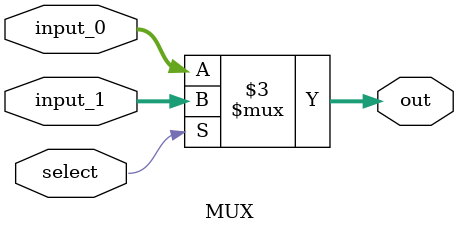
<source format=v>
`timescale 1ns / 1ps

module MUX(
    input [31:0] input_0, input_1,
    input select,
    output reg [31:0] out
);
    
always @ (input_0, input_1, select)
begin
    if (select)
        out = input_1;
    else
        out = input_0;
end
endmodule

</source>
